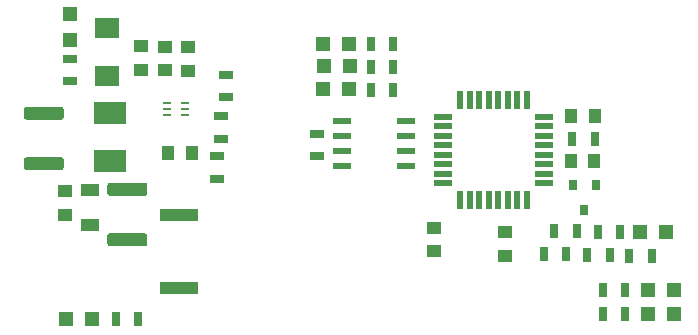
<source format=gtp>
G04 #@! TF.GenerationSoftware,KiCad,Pcbnew,(5.1.10-1-10_14)*
G04 #@! TF.CreationDate,2021-10-01T00:48:21-04:00*
G04 #@! TF.ProjectId,dashboard,64617368-626f-4617-9264-2e6b69636164,rev?*
G04 #@! TF.SameCoordinates,Original*
G04 #@! TF.FileFunction,Paste,Top*
G04 #@! TF.FilePolarity,Positive*
%FSLAX46Y46*%
G04 Gerber Fmt 4.6, Leading zero omitted, Abs format (unit mm)*
G04 Created by KiCad (PCBNEW (5.1.10-1-10_14)) date 2021-10-01 00:48:21*
%MOMM*%
%LPD*%
G01*
G04 APERTURE LIST*
%ADD10R,1.300000X0.700000*%
%ADD11R,3.200000X1.000000*%
%ADD12R,1.000000X1.250000*%
%ADD13R,0.700000X1.300000*%
%ADD14R,1.250000X1.000000*%
%ADD15R,1.550000X0.600000*%
%ADD16R,1.600000X0.550000*%
%ADD17R,0.550000X1.600000*%
%ADD18R,1.200000X1.200000*%
%ADD19R,0.800000X0.900000*%
%ADD20R,1.600000X1.000000*%
%ADD21R,2.159000X1.778000*%
%ADD22R,2.692400X1.981200*%
%ADD23R,0.700000X0.200000*%
G04 APERTURE END LIST*
D10*
X52809140Y-46494660D03*
X52809140Y-48394660D03*
D11*
X41107360Y-59574360D03*
X41107360Y-53374360D03*
D12*
X74300840Y-45018960D03*
X76300840Y-45018960D03*
D13*
X78473340Y-54797960D03*
X76573340Y-54797960D03*
X76314340Y-46923960D03*
X74414340Y-46923960D03*
D14*
X62664340Y-56432960D03*
X62664340Y-54432960D03*
D15*
X60309740Y-49197260D03*
X60309740Y-47927260D03*
X60309740Y-46657260D03*
X60309740Y-45387260D03*
X54909740Y-45387260D03*
X54909740Y-46657260D03*
X54909740Y-47927260D03*
X54909740Y-49197260D03*
D13*
X75684340Y-56766460D03*
X77584340Y-56766460D03*
D16*
X63481640Y-45063760D03*
X63481640Y-45863760D03*
X63481640Y-46663760D03*
X63481640Y-47463760D03*
X63481640Y-48263760D03*
X63481640Y-49063760D03*
X63481640Y-49863760D03*
X63481640Y-50663760D03*
D17*
X64931640Y-52113760D03*
X65731640Y-52113760D03*
X66531640Y-52113760D03*
X67331640Y-52113760D03*
X68131640Y-52113760D03*
X68931640Y-52113760D03*
X69731640Y-52113760D03*
X70531640Y-52113760D03*
D16*
X71981640Y-50663760D03*
X71981640Y-49863760D03*
X71981640Y-49063760D03*
X71981640Y-48263760D03*
X71981640Y-47463760D03*
X71981640Y-46663760D03*
X71981640Y-45863760D03*
X71981640Y-45063760D03*
D17*
X70531640Y-43613760D03*
X69731640Y-43613760D03*
X68931640Y-43613760D03*
X68131640Y-43613760D03*
X67331640Y-43613760D03*
X66531640Y-43613760D03*
X65731640Y-43613760D03*
X64931640Y-43613760D03*
D13*
X72890340Y-54734460D03*
X74790340Y-54734460D03*
D12*
X74275440Y-48828960D03*
X76275440Y-48828960D03*
D14*
X68696840Y-56813960D03*
X68696840Y-54813960D03*
D18*
X82971820Y-61757560D03*
X80771820Y-61757560D03*
X80814820Y-59725560D03*
X83014820Y-59725560D03*
X55547440Y-40751760D03*
X53347440Y-40751760D03*
X53322040Y-42732960D03*
X55522040Y-42732960D03*
X53322040Y-38922960D03*
X55522040Y-38922960D03*
X82306340Y-54797960D03*
X80106340Y-54797960D03*
D19*
X76377840Y-50826960D03*
X74477840Y-50826960D03*
X75427840Y-52926960D03*
D13*
X78884820Y-61757560D03*
X76984820Y-61757560D03*
X76984820Y-59725560D03*
X78884820Y-59725560D03*
X79237840Y-56829960D03*
X81137840Y-56829960D03*
X59220140Y-40840660D03*
X57320140Y-40840660D03*
X57320140Y-42745660D03*
X59220140Y-42745660D03*
X57332840Y-38897560D03*
X59232840Y-38897560D03*
X73901340Y-56702960D03*
X72001340Y-56702960D03*
D14*
X37912040Y-41076120D03*
X37912040Y-39076120D03*
X39918640Y-39112440D03*
X39918640Y-41112440D03*
X41874440Y-41137080D03*
X41874440Y-39137080D03*
D12*
X40193720Y-48122840D03*
X42193720Y-48122840D03*
D14*
X31419800Y-53367180D03*
X31419800Y-51367180D03*
D20*
X33566100Y-54248180D03*
X33566100Y-51248180D03*
G36*
G01*
X35278399Y-54894680D02*
X38178401Y-54894680D01*
G75*
G02*
X38428400Y-55144679I0J-249999D01*
G01*
X38428400Y-55769681D01*
G75*
G02*
X38178401Y-56019680I-249999J0D01*
G01*
X35278399Y-56019680D01*
G75*
G02*
X35028400Y-55769681I0J249999D01*
G01*
X35028400Y-55144679D01*
G75*
G02*
X35278399Y-54894680I249999J0D01*
G01*
G37*
G36*
G01*
X35278399Y-50619680D02*
X38178401Y-50619680D01*
G75*
G02*
X38428400Y-50869679I0J-249999D01*
G01*
X38428400Y-51494681D01*
G75*
G02*
X38178401Y-51744680I-249999J0D01*
G01*
X35278399Y-51744680D01*
G75*
G02*
X35028400Y-51494681I0J249999D01*
G01*
X35028400Y-50869679D01*
G75*
G02*
X35278399Y-50619680I249999J0D01*
G01*
G37*
D21*
X35039300Y-37558980D03*
X35039300Y-41622980D03*
D18*
X31877000Y-36374980D03*
X31877000Y-38574980D03*
X33764400Y-62191900D03*
X31564400Y-62191900D03*
G36*
G01*
X31104501Y-45305780D02*
X28204499Y-45305780D01*
G75*
G02*
X27954500Y-45055781I0J249999D01*
G01*
X27954500Y-44430779D01*
G75*
G02*
X28204499Y-44180780I249999J0D01*
G01*
X31104501Y-44180780D01*
G75*
G02*
X31354500Y-44430779I0J-249999D01*
G01*
X31354500Y-45055781D01*
G75*
G02*
X31104501Y-45305780I-249999J0D01*
G01*
G37*
G36*
G01*
X31104501Y-49580780D02*
X28204499Y-49580780D01*
G75*
G02*
X27954500Y-49330781I0J249999D01*
G01*
X27954500Y-48705779D01*
G75*
G02*
X28204499Y-48455780I249999J0D01*
G01*
X31104501Y-48455780D01*
G75*
G02*
X31354500Y-48705779I0J-249999D01*
G01*
X31354500Y-49330781D01*
G75*
G02*
X31104501Y-49580780I-249999J0D01*
G01*
G37*
D22*
X35219640Y-44688760D03*
X35219640Y-48752760D03*
D10*
X31889700Y-42052280D03*
X31889700Y-40152280D03*
X45044360Y-41468000D03*
X45044360Y-43368000D03*
X44653200Y-44993520D03*
X44653200Y-46893520D03*
X44343320Y-50297120D03*
X44343320Y-48397120D03*
D13*
X37668200Y-62191900D03*
X35768200Y-62191900D03*
D23*
X40093200Y-43916980D03*
X40093200Y-44916980D03*
X41593200Y-43916980D03*
X40093200Y-44416980D03*
X41593200Y-44916980D03*
X41593200Y-44416980D03*
M02*

</source>
